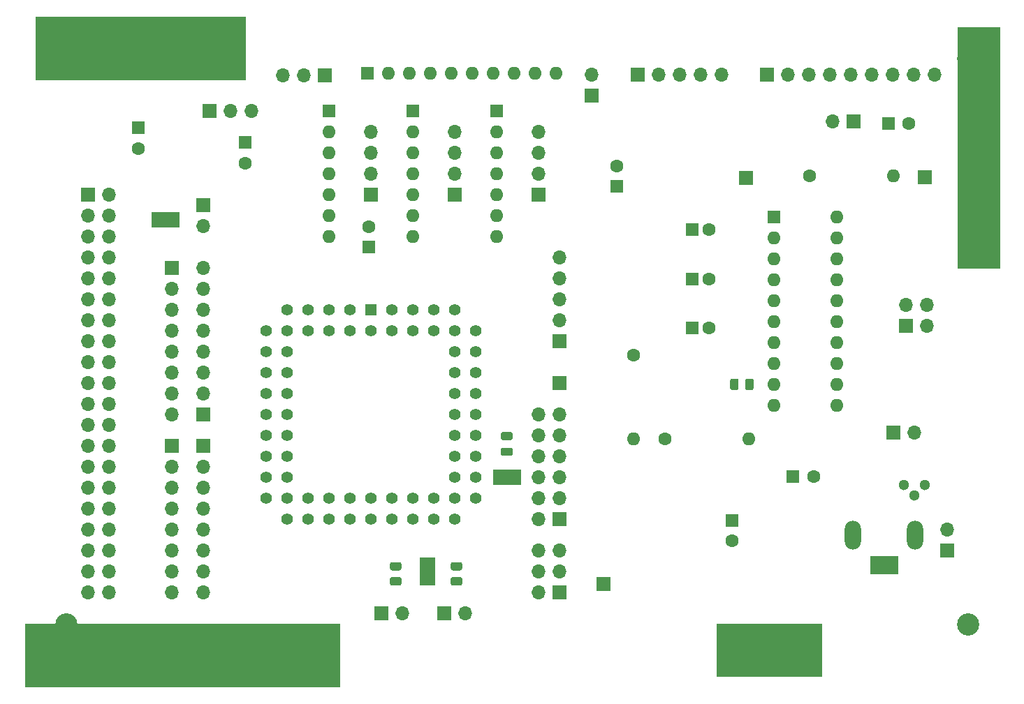
<source format=gbr>
%TF.GenerationSoftware,KiCad,Pcbnew,(5.1.10)-1*%
%TF.CreationDate,2021-06-15T10:49:33-05:00*%
%TF.ProjectId,gd VGC proto pcb,67642056-4743-4207-9072-6f746f207063,rev?*%
%TF.SameCoordinates,Original*%
%TF.FileFunction,Soldermask,Bot*%
%TF.FilePolarity,Negative*%
%FSLAX46Y46*%
G04 Gerber Fmt 4.6, Leading zero omitted, Abs format (unit mm)*
G04 Created by KiCad (PCBNEW (5.1.10)-1) date 2021-06-15 10:49:33*
%MOMM*%
%LPD*%
G01*
G04 APERTURE LIST*
%ADD10C,0.100000*%
%ADD11C,2.700000*%
%ADD12C,1.300000*%
%ADD13R,3.450000X1.850000*%
%ADD14C,1.600000*%
%ADD15R,1.600000X1.600000*%
%ADD16O,1.700000X1.700000*%
%ADD17R,1.700000X1.700000*%
%ADD18C,1.422400*%
%ADD19R,1.422400X1.422400*%
%ADD20R,1.850000X3.450000*%
%ADD21O,1.600000X1.600000*%
%ADD22R,3.500000X2.300000*%
%ADD23O,2.000000X3.500000*%
G04 APERTURE END LIST*
D10*
G36*
X105410000Y-66040000D02*
G01*
X80010000Y-66040000D01*
X80010000Y-58420000D01*
X105410000Y-58420000D01*
X105410000Y-66040000D01*
G37*
X105410000Y-66040000D02*
X80010000Y-66040000D01*
X80010000Y-58420000D01*
X105410000Y-58420000D01*
X105410000Y-66040000D01*
G36*
X196850000Y-88900000D02*
G01*
X191770000Y-88900000D01*
X191770000Y-59690000D01*
X196850000Y-59690000D01*
X196850000Y-88900000D01*
G37*
X196850000Y-88900000D02*
X191770000Y-88900000D01*
X191770000Y-59690000D01*
X196850000Y-59690000D01*
X196850000Y-88900000D01*
G36*
X175260000Y-138430000D02*
G01*
X162560000Y-138430000D01*
X162560000Y-132080000D01*
X175260000Y-132080000D01*
X175260000Y-138430000D01*
G37*
X175260000Y-138430000D02*
X162560000Y-138430000D01*
X162560000Y-132080000D01*
X175260000Y-132080000D01*
X175260000Y-138430000D01*
G36*
X116840000Y-139700000D02*
G01*
X78740000Y-139700000D01*
X78740000Y-132080000D01*
X116840000Y-132080000D01*
X116840000Y-139700000D01*
G37*
X116840000Y-139700000D02*
X78740000Y-139700000D01*
X78740000Y-132080000D01*
X116840000Y-132080000D01*
X116840000Y-139700000D01*
D11*
%TO.C,H8*%
X83780000Y-63460000D03*
%TD*%
%TO.C,H7*%
X193080000Y-63460000D03*
%TD*%
%TO.C,H6*%
X83780000Y-132120000D03*
%TD*%
%TO.C,H5*%
X193080000Y-132120000D03*
%TD*%
D12*
%TO.C,TF1*%
X187833000Y-115189000D03*
X185293000Y-115189000D03*
X186563000Y-116459000D03*
%TD*%
D13*
%TO.C,TP5*%
X95758000Y-83058000D03*
%TD*%
D14*
%TO.C,C24*%
X185888000Y-71374000D03*
D15*
X183388000Y-71374000D03*
%TD*%
D16*
%TO.C,J28*%
X147447000Y-65405000D03*
D17*
X147447000Y-67945000D03*
%TD*%
D16*
%TO.C,J1*%
X106172000Y-69850000D03*
X103632000Y-69850000D03*
D17*
X101092000Y-69850000D03*
%TD*%
D16*
%TO.C,J27*%
X176657000Y-71120000D03*
D17*
X179197000Y-71120000D03*
%TD*%
D14*
%TO.C,C22*%
X120396000Y-83860000D03*
D15*
X120396000Y-86360000D03*
%TD*%
D14*
%TO.C,C21*%
X105410000Y-76160000D03*
D15*
X105410000Y-73660000D03*
%TD*%
D18*
%TO.C,UF2*%
X120650000Y-96520000D03*
X118110000Y-96520000D03*
X115570000Y-96520000D03*
X113030000Y-96520000D03*
X123190000Y-96520000D03*
X125730000Y-96520000D03*
X128270000Y-96520000D03*
X130810000Y-96520000D03*
D19*
X120650000Y-93980000D03*
D18*
X118110000Y-93980000D03*
X115570000Y-93980000D03*
X113030000Y-93980000D03*
X110490000Y-93980000D03*
X123190000Y-93980000D03*
X125730000Y-93980000D03*
X128270000Y-93980000D03*
X110490000Y-96520000D03*
X110490000Y-99060000D03*
X110490000Y-101600000D03*
X110490000Y-104140000D03*
X110490000Y-106680000D03*
X110490000Y-109220000D03*
X110490000Y-111760000D03*
X110490000Y-114300000D03*
X107950000Y-96520000D03*
X107950000Y-99060000D03*
X107950000Y-101600000D03*
X107950000Y-104140000D03*
X107950000Y-106680000D03*
X107950000Y-109220000D03*
X107950000Y-111760000D03*
X107950000Y-114300000D03*
X107950000Y-116840000D03*
X110490000Y-116840000D03*
X113030000Y-116840000D03*
X115570000Y-116840000D03*
X118110000Y-116840000D03*
X120650000Y-116840000D03*
X123190000Y-116840000D03*
X125730000Y-116840000D03*
X128270000Y-116840000D03*
X133350000Y-116840000D03*
X110490000Y-119380000D03*
X113030000Y-119380000D03*
X115570000Y-119380000D03*
X118110000Y-119380000D03*
X120650000Y-119380000D03*
X123190000Y-119380000D03*
X125730000Y-119380000D03*
X128270000Y-119380000D03*
X130810000Y-119380000D03*
X130810000Y-116840000D03*
X130810000Y-114300000D03*
X130810000Y-111760000D03*
X130810000Y-109220000D03*
X130810000Y-106680000D03*
X130810000Y-104140000D03*
X130810000Y-101600000D03*
X130810000Y-99060000D03*
X130810000Y-93980000D03*
X133350000Y-114300000D03*
X133350000Y-111760000D03*
X133350000Y-109220000D03*
X133350000Y-106680000D03*
X133350000Y-104140000D03*
X133350000Y-101600000D03*
X133350000Y-99060000D03*
X133350000Y-96520000D03*
%TD*%
D14*
%TO.C,C61*%
X150495000Y-76494000D03*
D15*
X150495000Y-78994000D03*
%TD*%
D14*
%TO.C,C16*%
X92456000Y-74382000D03*
D15*
X92456000Y-71882000D03*
%TD*%
D14*
%TO.C,C6*%
X174331000Y-114173000D03*
D15*
X171831000Y-114173000D03*
%TD*%
D14*
%TO.C,C13*%
X161639000Y-84201000D03*
D15*
X159639000Y-84201000D03*
%TD*%
D14*
%TO.C,C5*%
X161639000Y-90195400D03*
D15*
X159639000Y-90195400D03*
%TD*%
D14*
%TO.C,C4*%
X161639000Y-96139000D03*
D15*
X159639000Y-96139000D03*
%TD*%
D14*
%TO.C,C60*%
X164465000Y-122007000D03*
D15*
X164465000Y-119507000D03*
%TD*%
%TO.C,R11*%
G36*
G01*
X130613999Y-126384000D02*
X131514001Y-126384000D01*
G75*
G02*
X131764000Y-126633999I0J-249999D01*
G01*
X131764000Y-127159001D01*
G75*
G02*
X131514001Y-127409000I-249999J0D01*
G01*
X130613999Y-127409000D01*
G75*
G02*
X130364000Y-127159001I0J249999D01*
G01*
X130364000Y-126633999D01*
G75*
G02*
X130613999Y-126384000I249999J0D01*
G01*
G37*
G36*
G01*
X130613999Y-124559000D02*
X131514001Y-124559000D01*
G75*
G02*
X131764000Y-124808999I0J-249999D01*
G01*
X131764000Y-125334001D01*
G75*
G02*
X131514001Y-125584000I-249999J0D01*
G01*
X130613999Y-125584000D01*
G75*
G02*
X130364000Y-125334001I0J249999D01*
G01*
X130364000Y-124808999D01*
G75*
G02*
X130613999Y-124559000I249999J0D01*
G01*
G37*
%TD*%
D16*
%TO.C,J20*%
X96520000Y-106680000D03*
X96520000Y-104140000D03*
X96520000Y-101600000D03*
X96520000Y-99060000D03*
X96520000Y-96520000D03*
X96520000Y-93980000D03*
X96520000Y-91440000D03*
D17*
X96520000Y-88900000D03*
%TD*%
D16*
%TO.C,J3*%
X100330000Y-88900000D03*
X100330000Y-91440000D03*
X100330000Y-93980000D03*
X100330000Y-96520000D03*
X100330000Y-99060000D03*
X100330000Y-101600000D03*
X100330000Y-104140000D03*
D17*
X100330000Y-106680000D03*
%TD*%
D16*
%TO.C,J26*%
X124460000Y-130810000D03*
D17*
X121920000Y-130810000D03*
%TD*%
D16*
%TO.C,J23*%
X140970000Y-123190000D03*
X143510000Y-123190000D03*
X140970000Y-125730000D03*
X143510000Y-125730000D03*
X140970000Y-128270000D03*
D17*
X143510000Y-128270000D03*
%TD*%
D16*
%TO.C,J22*%
X140970000Y-106680000D03*
X143510000Y-106680000D03*
X140970000Y-109220000D03*
X143510000Y-109220000D03*
X140970000Y-111760000D03*
X143510000Y-111760000D03*
X140970000Y-114300000D03*
X143510000Y-114300000D03*
X140970000Y-116840000D03*
X143510000Y-116840000D03*
X140970000Y-119380000D03*
D17*
X143510000Y-119380000D03*
%TD*%
D16*
%TO.C,J19*%
X188087000Y-93345000D03*
X188087000Y-95885000D03*
X185547000Y-93345000D03*
D17*
X185547000Y-95885000D03*
%TD*%
D16*
%TO.C,J25*%
X88900000Y-128270000D03*
X86360000Y-128270000D03*
X88900000Y-125730000D03*
X86360000Y-125730000D03*
X88900000Y-123190000D03*
X86360000Y-123190000D03*
X88900000Y-120650000D03*
X86360000Y-120650000D03*
X88900000Y-118110000D03*
X86360000Y-118110000D03*
X88900000Y-115570000D03*
X86360000Y-115570000D03*
X88900000Y-113030000D03*
X86360000Y-113030000D03*
X88900000Y-110490000D03*
X86360000Y-110490000D03*
X88900000Y-107950000D03*
X86360000Y-107950000D03*
X88900000Y-105410000D03*
X86360000Y-105410000D03*
X88900000Y-102870000D03*
X86360000Y-102870000D03*
X88900000Y-100330000D03*
X86360000Y-100330000D03*
X88900000Y-97790000D03*
X86360000Y-97790000D03*
X88900000Y-95250000D03*
X86360000Y-95250000D03*
X88900000Y-92710000D03*
X86360000Y-92710000D03*
X88900000Y-90170000D03*
X86360000Y-90170000D03*
X88900000Y-87630000D03*
X86360000Y-87630000D03*
X88900000Y-85090000D03*
X86360000Y-85090000D03*
X88900000Y-82550000D03*
X86360000Y-82550000D03*
X88900000Y-80010000D03*
D17*
X86360000Y-80010000D03*
%TD*%
D16*
%TO.C,J24*%
X132080000Y-130810000D03*
D17*
X129540000Y-130810000D03*
%TD*%
D16*
%TO.C,J21*%
X100330000Y-83820000D03*
D17*
X100330000Y-81280000D03*
%TD*%
D13*
%TO.C,TP112*%
X137160000Y-114300000D03*
%TD*%
D20*
%TO.C,TP93*%
X127508000Y-125730000D03*
%TD*%
%TO.C,R196*%
G36*
G01*
X123247999Y-126384000D02*
X124148001Y-126384000D01*
G75*
G02*
X124398000Y-126633999I0J-249999D01*
G01*
X124398000Y-127159001D01*
G75*
G02*
X124148001Y-127409000I-249999J0D01*
G01*
X123247999Y-127409000D01*
G75*
G02*
X122998000Y-127159001I0J249999D01*
G01*
X122998000Y-126633999D01*
G75*
G02*
X123247999Y-126384000I249999J0D01*
G01*
G37*
G36*
G01*
X123247999Y-124559000D02*
X124148001Y-124559000D01*
G75*
G02*
X124398000Y-124808999I0J-249999D01*
G01*
X124398000Y-125334001D01*
G75*
G02*
X124148001Y-125584000I-249999J0D01*
G01*
X123247999Y-125584000D01*
G75*
G02*
X122998000Y-125334001I0J249999D01*
G01*
X122998000Y-124808999D01*
G75*
G02*
X123247999Y-124559000I249999J0D01*
G01*
G37*
%TD*%
%TO.C,R9*%
G36*
G01*
X166064200Y-103447001D02*
X166064200Y-102546999D01*
G75*
G02*
X166314199Y-102297000I249999J0D01*
G01*
X166839201Y-102297000D01*
G75*
G02*
X167089200Y-102546999I0J-249999D01*
G01*
X167089200Y-103447001D01*
G75*
G02*
X166839201Y-103697000I-249999J0D01*
G01*
X166314199Y-103697000D01*
G75*
G02*
X166064200Y-103447001I0J249999D01*
G01*
G37*
G36*
G01*
X164239200Y-103447001D02*
X164239200Y-102546999D01*
G75*
G02*
X164489199Y-102297000I249999J0D01*
G01*
X165014201Y-102297000D01*
G75*
G02*
X165264200Y-102546999I0J-249999D01*
G01*
X165264200Y-103447001D01*
G75*
G02*
X165014201Y-103697000I-249999J0D01*
G01*
X164489199Y-103697000D01*
G75*
G02*
X164239200Y-103447001I0J249999D01*
G01*
G37*
%TD*%
D21*
%TO.C,L12*%
X184023000Y-77724000D03*
D14*
X173863000Y-77724000D03*
%TD*%
D16*
%TO.C,J18*%
X186563000Y-108839000D03*
D17*
X184023000Y-108839000D03*
%TD*%
D16*
%TO.C,J17*%
X190500000Y-120650000D03*
D17*
X190500000Y-123190000D03*
%TD*%
D16*
%TO.C,J16*%
X143510000Y-87630000D03*
X143510000Y-90170000D03*
X143510000Y-92710000D03*
X143510000Y-95250000D03*
D17*
X143510000Y-97790000D03*
%TD*%
%TO.C,J15*%
X143510000Y-102870000D03*
%TD*%
%TO.C,J14*%
X148844000Y-127254000D03*
%TD*%
%TO.C,J13*%
X187833000Y-77851000D03*
%TD*%
D16*
%TO.C,J12*%
X100330000Y-128270000D03*
X100330000Y-125730000D03*
X100330000Y-123190000D03*
X100330000Y-120650000D03*
X100330000Y-118110000D03*
X100330000Y-115570000D03*
X100330000Y-113030000D03*
D17*
X100330000Y-110490000D03*
%TD*%
D16*
%TO.C,J10*%
X188976000Y-65405000D03*
X186436000Y-65405000D03*
X183896000Y-65405000D03*
X181356000Y-65405000D03*
X178816000Y-65405000D03*
X176276000Y-65405000D03*
X173736000Y-65405000D03*
X171196000Y-65405000D03*
D17*
X168656000Y-65405000D03*
%TD*%
%TO.C,J9*%
X166116000Y-77978000D03*
%TD*%
D16*
%TO.C,J8*%
X96520000Y-128270000D03*
X96520000Y-125730000D03*
X96520000Y-123190000D03*
X96520000Y-120650000D03*
X96520000Y-118110000D03*
X96520000Y-115570000D03*
X96520000Y-113030000D03*
D17*
X96520000Y-110490000D03*
%TD*%
D16*
%TO.C,J7*%
X120650000Y-72390000D03*
X120650000Y-74930000D03*
X120650000Y-77470000D03*
D17*
X120650000Y-80010000D03*
%TD*%
D16*
%TO.C,J6*%
X163195000Y-65428000D03*
X160655000Y-65428000D03*
X158115000Y-65428000D03*
X155575000Y-65428000D03*
D17*
X153035000Y-65428000D03*
%TD*%
D16*
%TO.C,J5*%
X130810000Y-72390000D03*
X130810000Y-74930000D03*
X130810000Y-77470000D03*
D17*
X130810000Y-80010000D03*
%TD*%
D16*
%TO.C,J4*%
X109982000Y-65532000D03*
X112522000Y-65532000D03*
D17*
X115062000Y-65532000D03*
%TD*%
D16*
%TO.C,J2*%
X140970000Y-72390000D03*
X140970000Y-74930000D03*
X140970000Y-77470000D03*
D17*
X140970000Y-80010000D03*
%TD*%
%TO.C,C59*%
G36*
G01*
X137635000Y-109786000D02*
X136685000Y-109786000D01*
G75*
G02*
X136435000Y-109536000I0J250000D01*
G01*
X136435000Y-109036000D01*
G75*
G02*
X136685000Y-108786000I250000J0D01*
G01*
X137635000Y-108786000D01*
G75*
G02*
X137885000Y-109036000I0J-250000D01*
G01*
X137885000Y-109536000D01*
G75*
G02*
X137635000Y-109786000I-250000J0D01*
G01*
G37*
G36*
G01*
X137635000Y-111686000D02*
X136685000Y-111686000D01*
G75*
G02*
X136435000Y-111436000I0J250000D01*
G01*
X136435000Y-110936000D01*
G75*
G02*
X136685000Y-110686000I250000J0D01*
G01*
X137635000Y-110686000D01*
G75*
G02*
X137885000Y-110936000I0J-250000D01*
G01*
X137885000Y-111436000D01*
G75*
G02*
X137635000Y-111686000I-250000J0D01*
G01*
G37*
%TD*%
D21*
%TO.C,UB2*%
X177165000Y-82677000D03*
X169545000Y-105537000D03*
X177165000Y-85217000D03*
X169545000Y-102997000D03*
X177165000Y-87757000D03*
X169545000Y-100457000D03*
X177165000Y-90297000D03*
X169545000Y-97917000D03*
X177165000Y-92837000D03*
X169545000Y-95377000D03*
X177165000Y-95377000D03*
X169545000Y-92837000D03*
X177165000Y-97917000D03*
X169545000Y-90297000D03*
X177165000Y-100457000D03*
X169545000Y-87757000D03*
X177165000Y-102997000D03*
X169545000Y-85217000D03*
X177165000Y-105537000D03*
D15*
X169545000Y-82677000D03*
%TD*%
D21*
%TO.C,L4*%
X166497000Y-109601000D03*
D14*
X156337000Y-109601000D03*
%TD*%
D21*
%TO.C,L3*%
X152545000Y-109601000D03*
D14*
X152545000Y-99441000D03*
%TD*%
D22*
%TO.C,J11*%
X182880000Y-124968000D03*
D23*
X179130000Y-121268000D03*
X186630000Y-121268000D03*
%TD*%
D21*
%TO.C,H4*%
X115570000Y-85090000D03*
X115570000Y-82550000D03*
X115570000Y-80010000D03*
X115570000Y-77470000D03*
X115570000Y-74930000D03*
X115570000Y-72390000D03*
D15*
X115570000Y-69850000D03*
%TD*%
D21*
%TO.C,H3*%
X125730000Y-85090000D03*
X125730000Y-82550000D03*
X125730000Y-80010000D03*
X125730000Y-77470000D03*
X125730000Y-74930000D03*
X125730000Y-72390000D03*
D15*
X125730000Y-69850000D03*
%TD*%
D21*
%TO.C,H2*%
X135890000Y-85090000D03*
X135890000Y-82550000D03*
X135890000Y-80010000D03*
X135890000Y-77470000D03*
X135890000Y-74930000D03*
X135890000Y-72390000D03*
D15*
X135890000Y-69850000D03*
%TD*%
D21*
%TO.C,H1*%
X143129000Y-65278000D03*
X140589000Y-65278000D03*
X138049000Y-65278000D03*
X135509000Y-65278000D03*
X132969000Y-65278000D03*
X130429000Y-65278000D03*
X127889000Y-65278000D03*
X125349000Y-65278000D03*
X122809000Y-65278000D03*
D15*
X120269000Y-65278000D03*
%TD*%
M02*

</source>
